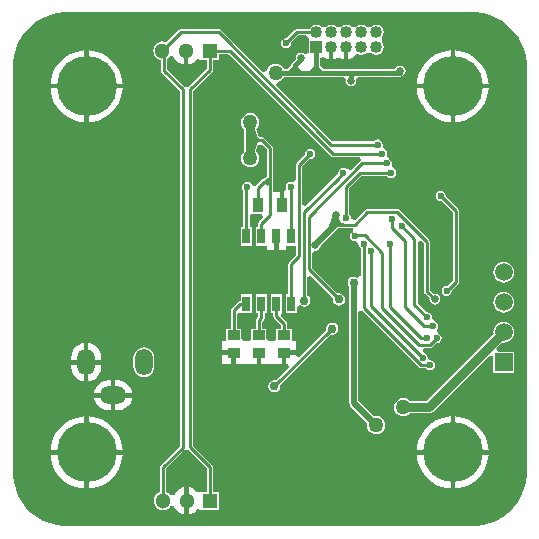
<source format=gbl>
G04*
G04 #@! TF.GenerationSoftware,Altium Limited,Altium Designer,21.1.1 (26)*
G04*
G04 Layer_Physical_Order=2*
G04 Layer_Color=16711680*
%FSLAX25Y25*%
%MOIN*%
G70*
G04*
G04 #@! TF.SameCoordinates,EC72FFD8-62BE-425B-AFB2-474ABE2E55C8*
G04*
G04*
G04 #@! TF.FilePolarity,Positive*
G04*
G01*
G75*
%ADD13C,0.02000*%
%ADD24R,0.03765X0.04749*%
%ADD38R,0.04134X0.03543*%
%ADD71C,0.04000*%
%ADD72R,0.04000X0.04000*%
%ADD73C,0.01000*%
%ADD74C,0.01500*%
%ADD75C,0.03000*%
%ADD77O,0.05906X0.08858*%
%ADD78O,0.08858X0.05906*%
%ADD79R,0.05118X0.05118*%
%ADD80C,0.05118*%
%ADD81C,0.20000*%
%ADD82C,0.05906*%
%ADD83R,0.05906X0.05906*%
%ADD84C,0.02500*%
%ADD85C,0.02362*%
%ADD86C,0.05000*%
%ADD87C,0.03000*%
%ADD88R,0.02559X0.05158*%
G36*
X71060Y85320D02*
X73353Y84706D01*
X75547Y83797D01*
X77603Y82610D01*
X79486Y81165D01*
X81165Y79486D01*
X82610Y77603D01*
X83797Y75547D01*
X84706Y73353D01*
X85320Y71060D01*
X85630Y68707D01*
Y67520D01*
Y-67520D01*
Y-68707D01*
X85320Y-71060D01*
X84706Y-73354D01*
X83797Y-75547D01*
X82610Y-77603D01*
X81165Y-79486D01*
X79486Y-81165D01*
X77603Y-82610D01*
X75547Y-83797D01*
X73353Y-84706D01*
X71060Y-85320D01*
X68707Y-85630D01*
X-68707D01*
X-71060Y-85320D01*
X-73354Y-84706D01*
X-75547Y-83797D01*
X-77603Y-82610D01*
X-79486Y-81165D01*
X-81165Y-79486D01*
X-82610Y-77603D01*
X-83797Y-75547D01*
X-84706Y-73354D01*
X-85320Y-71060D01*
X-85630Y-68707D01*
Y-67520D01*
Y67520D01*
Y68707D01*
X-85320Y71060D01*
X-84706Y73353D01*
X-83797Y75547D01*
X-82610Y77603D01*
X-81165Y79486D01*
X-79486Y81165D01*
X-77603Y82610D01*
X-75547Y83797D01*
X-73354Y84706D01*
X-71060Y85320D01*
X-68707Y85630D01*
X68707D01*
X71060Y85320D01*
D02*
G37*
%LPC*%
G36*
X30500Y81549D02*
X29524Y81355D01*
X28698Y80802D01*
X27302D01*
X26476Y81355D01*
X25500Y81549D01*
X24524Y81355D01*
X23698Y80802D01*
X22302Y80802D01*
X21475Y81355D01*
X20500Y81549D01*
X19524Y81355D01*
X18698Y80802D01*
X17302D01*
X16475Y81355D01*
X15500Y81549D01*
X14525Y81355D01*
X13698Y80802D01*
X13174Y80020D01*
X9000D01*
X8610Y79942D01*
X8279Y79721D01*
X5576Y77018D01*
X5500Y77033D01*
X4844Y76903D01*
X4288Y76531D01*
X3916Y75975D01*
X3786Y75319D01*
X3916Y74663D01*
X4288Y74107D01*
X4844Y73735D01*
X5500Y73605D01*
X6156Y73735D01*
X6712Y74107D01*
X7084Y74663D01*
X7214Y75319D01*
X7139Y75697D01*
X9422Y77980D01*
X12193D01*
X13084Y76780D01*
X13000Y76500D01*
X13000D01*
Y72612D01*
X13000Y72231D01*
X11919Y71641D01*
X11878Y71652D01*
X11703Y71703D01*
X11635Y71749D01*
X11124Y72090D01*
X10441Y72226D01*
X9759Y72090D01*
X9180Y71703D01*
X8793Y71124D01*
X8657Y70441D01*
X8699Y70231D01*
X7599Y69131D01*
X7322Y68717D01*
X7226Y68229D01*
Y67991D01*
X6009Y66774D01*
X4719D01*
X4620Y67013D01*
X4140Y67640D01*
X3513Y68120D01*
X2783Y68423D01*
X2000Y68526D01*
X1217Y68423D01*
X487Y68120D01*
X-140Y67640D01*
X-620Y67013D01*
X-923Y66283D01*
X-948Y66088D01*
X-2215Y65657D01*
X-16279Y79721D01*
X-16610Y79942D01*
X-17000Y80020D01*
X-29583D01*
X-29973Y79942D01*
X-30304Y79721D01*
X-34426Y75598D01*
X-34949Y75815D01*
X-35748Y75920D01*
X-36547Y75815D01*
X-37291Y75507D01*
X-37930Y75016D01*
X-38420Y74377D01*
X-38728Y73633D01*
X-38833Y72835D01*
X-38728Y72036D01*
X-38420Y71292D01*
X-37930Y70653D01*
X-37291Y70163D01*
X-36547Y69854D01*
X-36191Y69807D01*
Y66171D01*
X-36113Y65781D01*
X-35892Y65450D01*
X-30020Y59578D01*
X-30020Y-59078D01*
X-36295Y-65353D01*
X-36516Y-65684D01*
X-36594Y-66074D01*
Y-74277D01*
X-37117Y-74493D01*
X-37756Y-74984D01*
X-38246Y-75623D01*
X-38554Y-76367D01*
X-38660Y-77165D01*
X-38554Y-77964D01*
X-38246Y-78708D01*
X-37756Y-79347D01*
X-37117Y-79837D01*
X-36373Y-80146D01*
X-35574Y-80251D01*
X-34776Y-80146D01*
X-34031Y-79837D01*
X-33392Y-79347D01*
X-33157Y-79040D01*
X-32078Y-79058D01*
X-31802Y-79176D01*
X-31682Y-79465D01*
X-30951Y-80417D01*
X-29999Y-81148D01*
X-28890Y-81607D01*
X-28450Y-81665D01*
Y-77165D01*
Y-72666D01*
X-28890Y-72724D01*
X-29999Y-73183D01*
X-30951Y-73914D01*
X-31682Y-74866D01*
X-31802Y-75155D01*
X-32078Y-75272D01*
X-33157Y-75290D01*
X-33392Y-74984D01*
X-34031Y-74493D01*
X-34554Y-74277D01*
Y-66496D01*
X-28419Y-60361D01*
X-27962Y-60221D01*
X-27052Y-60222D01*
X-26965Y-60250D01*
X-20846Y-66370D01*
Y-74106D01*
X-22788D01*
X-22885Y-74106D01*
X-24085Y-74387D01*
X-24448Y-73914D01*
X-25401Y-73183D01*
X-26510Y-72724D01*
X-26950Y-72666D01*
Y-77165D01*
Y-81665D01*
X-26510Y-81607D01*
X-25401Y-81148D01*
X-24448Y-80417D01*
X-24085Y-79943D01*
X-22885Y-80224D01*
X-22788Y-80224D01*
X-16767D01*
Y-74106D01*
X-18806D01*
Y-65947D01*
X-18884Y-65557D01*
X-19105Y-65227D01*
X-25480Y-58851D01*
Y59578D01*
X-19279Y65779D01*
X-19058Y66110D01*
X-18980Y66500D01*
Y69776D01*
X-16941D01*
Y71815D01*
X-13757D01*
X20350Y37708D01*
X20681Y37487D01*
X21071Y37410D01*
X30211D01*
X30389Y36222D01*
X30059Y36000D01*
X27222Y33164D01*
X25789Y33374D01*
X25233Y33746D01*
X24577Y33876D01*
X23922Y33746D01*
X23365Y33374D01*
X22994Y32818D01*
X22863Y32162D01*
X22908Y31935D01*
X21899Y30926D01*
X21899Y30926D01*
X11949Y20976D01*
X10841Y21435D01*
Y34398D01*
X13273Y36831D01*
X13500Y36786D01*
X14156Y36916D01*
X14712Y37288D01*
X15084Y37844D01*
X15214Y38500D01*
X15084Y39156D01*
X14712Y39712D01*
X14156Y40084D01*
X13500Y40214D01*
X12844Y40084D01*
X12288Y39712D01*
X11916Y39156D01*
X11786Y38500D01*
X11831Y38273D01*
X9100Y35542D01*
X8879Y35211D01*
X8801Y34821D01*
Y29761D01*
X7666Y29090D01*
X7601Y29094D01*
X7000Y29214D01*
X6344Y29084D01*
X5788Y28712D01*
X5416Y28156D01*
X5286Y27500D01*
X5410Y26874D01*
X5416Y26843D01*
X4885Y25905D01*
Y21300D01*
X3385D01*
Y25674D01*
X1020D01*
Y29127D01*
X1031Y29144D01*
X1020Y29200D01*
Y29300D01*
X1031Y29356D01*
X1020Y29373D01*
Y40500D01*
X942Y40890D01*
X721Y41221D01*
X-1779Y43721D01*
X-2110Y43942D01*
X-2393Y43998D01*
X-2492Y44041D01*
X-2930Y44047D01*
X-3320Y44065D01*
X-3628Y44096D01*
X-4461Y46594D01*
Y46783D01*
X-4360Y46860D01*
X-3880Y47487D01*
X-3577Y48217D01*
X-3474Y49000D01*
X-3577Y49783D01*
X-3880Y50513D01*
X-4360Y51140D01*
X-4987Y51621D01*
X-5717Y51923D01*
X-6500Y52026D01*
X-7283Y51923D01*
X-8013Y51621D01*
X-8640Y51140D01*
X-9121Y50513D01*
X-9423Y49783D01*
X-9526Y49000D01*
X-9423Y48217D01*
X-9121Y47487D01*
X-8640Y46860D01*
X-8539Y46783D01*
Y43042D01*
X-8540Y43042D01*
X-8539Y43040D01*
Y42960D01*
X-8540Y42959D01*
X-8539Y42958D01*
Y39217D01*
X-8640Y39140D01*
X-9121Y38513D01*
X-9423Y37783D01*
X-9526Y37000D01*
X-9423Y36217D01*
X-9121Y35487D01*
X-8640Y34860D01*
X-8013Y34380D01*
X-7283Y34077D01*
X-6500Y33974D01*
X-5717Y34077D01*
X-4987Y34380D01*
X-4360Y34860D01*
X-3880Y35487D01*
X-3577Y36217D01*
X-3474Y37000D01*
X-3577Y37783D01*
X-3880Y38513D01*
X-4360Y39140D01*
X-4461Y39217D01*
Y39406D01*
X-3827Y41307D01*
X-2495Y41553D01*
X-1020Y40078D01*
Y30996D01*
X-1746Y30270D01*
X-1750D01*
X-2140Y30192D01*
X-2471Y29971D01*
X-4625Y27817D01*
X-4804Y27815D01*
X-5892Y28035D01*
X-5916Y28156D01*
X-6288Y28712D01*
X-6844Y29084D01*
X-7500Y29214D01*
X-8156Y29084D01*
X-8712Y28712D01*
X-9084Y28156D01*
X-9214Y27500D01*
X-9084Y26844D01*
X-8776Y26383D01*
Y14063D01*
X-9535D01*
Y7905D01*
X-5976D01*
Y14063D01*
X-6736D01*
Y17399D01*
X-6318Y18426D01*
X-5536Y18426D01*
X-2713D01*
X-2216Y17226D01*
X-3477Y15965D01*
X-3698Y15634D01*
X-3776Y15244D01*
Y14063D01*
X-4535D01*
Y7905D01*
X-1035D01*
Y6406D01*
X1494D01*
Y10984D01*
X2994D01*
Y6406D01*
X5524D01*
Y7905D01*
X8801D01*
Y4802D01*
X6523Y2524D01*
X6302Y2193D01*
X6225Y1803D01*
Y-8339D01*
X5465D01*
Y-14496D01*
X9024D01*
Y-12554D01*
X9553Y-12241D01*
X10224Y-12053D01*
X10720Y-12384D01*
X11500Y-12539D01*
X12280Y-12384D01*
X12942Y-11942D01*
X13384Y-11280D01*
X13539Y-10500D01*
X13384Y-9720D01*
X12942Y-9058D01*
X12520Y-8776D01*
Y-2556D01*
X13628Y-2097D01*
X21104Y-9573D01*
X21005Y-10071D01*
X21160Y-10851D01*
X21602Y-11513D01*
X22264Y-11955D01*
X23044Y-12110D01*
X23824Y-11955D01*
X24486Y-11513D01*
X24928Y-10851D01*
X25083Y-10071D01*
X24928Y-9290D01*
X24486Y-8629D01*
X23824Y-8187D01*
X23044Y-8032D01*
X22546Y-8131D01*
X14020Y396D01*
Y5384D01*
X15220Y6222D01*
X15250Y6216D01*
X15933Y6352D01*
X16512Y6738D01*
X16898Y7317D01*
X16971Y7683D01*
X22909Y13621D01*
X22912Y13622D01*
X22919Y13627D01*
X22923Y13628D01*
X22975Y13641D01*
X24417Y13736D01*
X24773Y13738D01*
X24825Y13760D01*
X27522D01*
X27612Y13745D01*
X27830Y12656D01*
X27808Y12560D01*
X27660Y12461D01*
X27288Y12212D01*
X26916Y11656D01*
X26786Y11000D01*
X26916Y10344D01*
X27288Y9788D01*
X27844Y9416D01*
X28500Y9286D01*
X28615Y9309D01*
X29590Y8375D01*
X29591Y8373D01*
X29574Y8288D01*
X29704Y7632D01*
X30076Y7076D01*
X30268Y6948D01*
Y-2277D01*
X30225Y-2318D01*
X29068Y-2809D01*
X28780Y-2616D01*
X28000Y-2461D01*
X27220Y-2616D01*
X26558Y-3058D01*
X26116Y-3720D01*
X25961Y-4500D01*
X26116Y-5280D01*
X26471Y-5811D01*
Y-44500D01*
X26587Y-45085D01*
X26919Y-45581D01*
X32574Y-51237D01*
X32474Y-52000D01*
X32577Y-52783D01*
X32879Y-53513D01*
X33360Y-54140D01*
X33987Y-54620D01*
X34717Y-54923D01*
X35500Y-55026D01*
X36283Y-54923D01*
X37013Y-54620D01*
X37640Y-54140D01*
X38120Y-53513D01*
X38423Y-52783D01*
X38526Y-52000D01*
X38423Y-51217D01*
X38120Y-50487D01*
X37640Y-49860D01*
X37013Y-49380D01*
X36283Y-49077D01*
X35500Y-48974D01*
X34737Y-49075D01*
X29529Y-43867D01*
Y-14285D01*
X30076Y-13965D01*
X30729Y-13840D01*
X49610Y-32721D01*
X49941Y-32942D01*
X50331Y-33020D01*
X52159D01*
X52288Y-33212D01*
X52844Y-33584D01*
X53500Y-33714D01*
X54156Y-33584D01*
X54712Y-33212D01*
X55084Y-32656D01*
X55214Y-32000D01*
X55084Y-31344D01*
X54712Y-30788D01*
X54156Y-30416D01*
X53500Y-30286D01*
X52672Y-29542D01*
X52541Y-28886D01*
X52170Y-28330D01*
X51614Y-27959D01*
X51325Y-27901D01*
X50960Y-27401D01*
X51424Y-26357D01*
X51610Y-26201D01*
X53478D01*
X53868Y-26123D01*
X54198Y-25902D01*
X55432Y-24669D01*
X55659Y-24714D01*
X56314Y-24584D01*
X56871Y-24212D01*
X57242Y-23656D01*
X57373Y-23000D01*
X57242Y-22344D01*
X56871Y-21788D01*
X56314Y-21416D01*
X56126Y-21379D01*
X55856Y-20565D01*
X55778Y-20132D01*
X56106Y-19641D01*
X56237Y-18985D01*
X56106Y-18329D01*
X55734Y-17773D01*
X55178Y-17401D01*
X55046Y-17375D01*
X54418Y-16906D01*
X54191Y-16113D01*
X54214Y-16000D01*
X54084Y-15344D01*
X53712Y-14788D01*
X53156Y-14416D01*
X52500Y-14286D01*
X52273Y-14331D01*
X49270Y-11328D01*
Y9176D01*
X50470Y9673D01*
X51480Y8662D01*
Y-7500D01*
X51558Y-7890D01*
X51779Y-8221D01*
X53272Y-9714D01*
X53216Y-10000D01*
X53351Y-10683D01*
X53738Y-11262D01*
X54317Y-11648D01*
X55000Y-11784D01*
X55683Y-11648D01*
X56262Y-11262D01*
X56648Y-10683D01*
X56784Y-10000D01*
X56648Y-9317D01*
X56262Y-8738D01*
X55683Y-8352D01*
X55000Y-8216D01*
X54714Y-8273D01*
X53520Y-7078D01*
Y9085D01*
X53442Y9475D01*
X53221Y9805D01*
X43306Y19721D01*
X42975Y19942D01*
X42584Y20020D01*
X32500D01*
X32110Y19942D01*
X31779Y19721D01*
X28506Y16448D01*
X27321Y16799D01*
X27214Y16999D01*
X27214Y17000D01*
X27084Y17656D01*
X26712Y18212D01*
X26520Y18341D01*
Y27078D01*
X30422Y30980D01*
X39246D01*
X39288Y30918D01*
X39844Y30546D01*
X40500Y30416D01*
X41156Y30546D01*
X41712Y30918D01*
X42084Y31474D01*
X42214Y32130D01*
X42084Y32786D01*
X41712Y33342D01*
X41156Y33713D01*
X40601Y34596D01*
X40648Y34945D01*
X40714Y35280D01*
X40584Y35936D01*
X40212Y36492D01*
X39762Y36792D01*
X39332Y37414D01*
X39110Y37792D01*
X39160Y38156D01*
X39214Y38429D01*
X39084Y39085D01*
X38712Y39641D01*
X38156Y40013D01*
X37601Y40896D01*
X37648Y41244D01*
X37714Y41579D01*
X37584Y42235D01*
X37212Y42791D01*
X36656Y43162D01*
X36000Y43293D01*
X35344Y43162D01*
X34788Y42791D01*
X34659Y42598D01*
X20844D01*
X2157Y61285D01*
X2588Y62551D01*
X2783Y62577D01*
X3513Y62880D01*
X4140Y63360D01*
X4620Y63987D01*
X4719Y64226D01*
X8385D01*
X8394Y64219D01*
X8425Y64226D01*
X8575D01*
X8606Y64219D01*
X8615Y64226D01*
X13960D01*
X14000Y64209D01*
X17000D01*
X17040Y64226D01*
X24438D01*
X24668Y64026D01*
X25271Y63025D01*
X25216Y62750D01*
X25352Y62067D01*
X25738Y61488D01*
X26317Y61102D01*
X27000Y60966D01*
X27683Y61102D01*
X28262Y61488D01*
X28648Y62067D01*
X28784Y62750D01*
X28730Y63025D01*
X29332Y64026D01*
X29562Y64226D01*
X43451D01*
X43500Y64216D01*
X44183Y64351D01*
X44762Y64738D01*
X45149Y65317D01*
X45284Y66000D01*
X45149Y66683D01*
X44762Y67262D01*
X44183Y67649D01*
X43500Y67784D01*
X42817Y67649D01*
X42238Y67262D01*
X41913Y66774D01*
X17991D01*
X16774Y67991D01*
Y70371D01*
X16913Y70494D01*
X17975Y70896D01*
X18483Y70506D01*
X19456Y70103D01*
X19750Y70064D01*
Y74000D01*
X21250D01*
Y70064D01*
X21544Y70103D01*
X22517Y70506D01*
X23000Y70876D01*
X23483Y70506D01*
X24456Y70103D01*
X24750Y70064D01*
Y74000D01*
X26250D01*
Y70064D01*
X26544Y70103D01*
X27517Y70506D01*
X28353Y71147D01*
X28994Y71983D01*
X29011Y71988D01*
X29525Y71645D01*
X30500Y71451D01*
X31475Y71645D01*
X32302Y72198D01*
X33698Y72198D01*
X34525Y71645D01*
X35500Y71451D01*
X36476Y71645D01*
X37302Y72198D01*
X37855Y73025D01*
X38049Y74000D01*
X37855Y74976D01*
X37302Y75802D01*
X37302Y77198D01*
X37855Y78025D01*
X38049Y79000D01*
X37855Y79975D01*
X37302Y80802D01*
X36476Y81355D01*
X35500Y81549D01*
X34525Y81355D01*
X33698Y80802D01*
X32302Y80802D01*
X31475Y81355D01*
X30500Y81549D01*
D02*
G37*
G36*
X-60274Y73002D02*
Y61774D01*
X-49046D01*
X-49135Y62907D01*
X-49576Y64743D01*
X-50299Y66488D01*
X-51285Y68099D01*
X-52512Y69535D01*
X-53948Y70762D01*
X-55559Y71749D01*
X-57304Y72472D01*
X-59141Y72913D01*
X-60274Y73002D01*
D02*
G37*
G36*
X61774D02*
Y61774D01*
X73002D01*
X72913Y62907D01*
X72472Y64743D01*
X71749Y66488D01*
X70762Y68099D01*
X69535Y69535D01*
X68099Y70762D01*
X66488Y71749D01*
X64743Y72472D01*
X62907Y72913D01*
X61774Y73002D01*
D02*
G37*
G36*
X-61774D02*
X-62907Y72913D01*
X-64743Y72472D01*
X-66488Y71749D01*
X-68099Y70762D01*
X-69535Y69535D01*
X-70762Y68099D01*
X-71749Y66488D01*
X-72472Y64743D01*
X-72913Y62907D01*
X-73002Y61774D01*
X-61774D01*
Y73002D01*
D02*
G37*
G36*
X60274D02*
X59141Y72913D01*
X57304Y72472D01*
X55559Y71749D01*
X53948Y70762D01*
X52512Y69535D01*
X51285Y68099D01*
X50299Y66488D01*
X49576Y64743D01*
X49135Y62907D01*
X49046Y61774D01*
X60274D01*
Y73002D01*
D02*
G37*
G36*
X73002Y60274D02*
X61774D01*
Y49046D01*
X62907Y49135D01*
X64743Y49576D01*
X66488Y50299D01*
X68099Y51285D01*
X69535Y52512D01*
X70762Y53948D01*
X71749Y55559D01*
X72472Y57304D01*
X72913Y59141D01*
X73002Y60274D01*
D02*
G37*
G36*
X-49046D02*
X-60274D01*
Y49046D01*
X-59141Y49135D01*
X-57304Y49576D01*
X-55559Y50299D01*
X-53948Y51285D01*
X-52512Y52512D01*
X-51285Y53948D01*
X-50299Y55559D01*
X-49576Y57304D01*
X-49135Y59141D01*
X-49046Y60274D01*
D02*
G37*
G36*
X-61774D02*
X-73002D01*
X-72913Y59141D01*
X-72472Y57304D01*
X-71749Y55559D01*
X-70762Y53948D01*
X-69535Y52512D01*
X-68099Y51285D01*
X-66488Y50299D01*
X-64743Y49576D01*
X-62907Y49135D01*
X-61774Y49046D01*
Y60274D01*
D02*
G37*
G36*
X60274D02*
X49046D01*
X49135Y59141D01*
X49576Y57304D01*
X50299Y55559D01*
X51285Y53948D01*
X52512Y52512D01*
X53948Y51285D01*
X55559Y50299D01*
X57304Y49576D01*
X59141Y49135D01*
X60274Y49046D01*
Y60274D01*
D02*
G37*
G36*
X78000Y2482D02*
X77099Y2364D01*
X76259Y2016D01*
X75538Y1462D01*
X74984Y741D01*
X74636Y-99D01*
X74518Y-1000D01*
X74636Y-1901D01*
X74984Y-2741D01*
X75538Y-3463D01*
X76259Y-4016D01*
X77099Y-4364D01*
X78000Y-4482D01*
X78901Y-4364D01*
X79741Y-4016D01*
X80462Y-3463D01*
X81016Y-2741D01*
X81364Y-1901D01*
X81482Y-1000D01*
X81364Y-99D01*
X81016Y741D01*
X80462Y1462D01*
X79741Y2016D01*
X78901Y2364D01*
X78000Y2482D01*
D02*
G37*
G36*
X57000Y26214D02*
X56344Y26084D01*
X55788Y25712D01*
X55416Y25156D01*
X55286Y24500D01*
X55416Y23844D01*
X55788Y23288D01*
X56344Y22916D01*
X57000Y22786D01*
X57227Y22831D01*
X60980Y19078D01*
Y-3759D01*
X59227Y-5512D01*
X59000Y-5467D01*
X58344Y-5598D01*
X57788Y-5969D01*
X57416Y-6525D01*
X57286Y-7181D01*
X57416Y-7837D01*
X57788Y-8393D01*
X58344Y-8765D01*
X59000Y-8895D01*
X59656Y-8765D01*
X60212Y-8393D01*
X60584Y-7837D01*
X60714Y-7181D01*
X60669Y-6954D01*
X62721Y-4902D01*
X62942Y-4571D01*
X63020Y-4181D01*
Y19500D01*
X62942Y19890D01*
X62721Y20221D01*
X58669Y24273D01*
X58714Y24500D01*
X58584Y25156D01*
X58212Y25712D01*
X57656Y26084D01*
X57000Y26214D01*
D02*
G37*
G36*
X78000Y-7518D02*
X77099Y-7636D01*
X76259Y-7984D01*
X75538Y-8538D01*
X74984Y-9259D01*
X74636Y-10099D01*
X74518Y-11000D01*
X74636Y-11901D01*
X74984Y-12741D01*
X75538Y-13463D01*
X76259Y-14016D01*
X77099Y-14364D01*
X78000Y-14482D01*
X78901Y-14364D01*
X79741Y-14016D01*
X80462Y-13463D01*
X81016Y-12741D01*
X81364Y-11901D01*
X81482Y-11000D01*
X81364Y-10099D01*
X81016Y-9259D01*
X80462Y-8538D01*
X79741Y-7984D01*
X78901Y-7636D01*
X78000Y-7518D01*
D02*
G37*
G36*
X20871Y-17761D02*
X20090Y-17916D01*
X19429Y-18358D01*
X18987Y-19020D01*
X18831Y-19800D01*
X18916Y-20227D01*
X9876Y-29268D01*
X8767Y-28809D01*
Y-28504D01*
X5450D01*
Y-31526D01*
X6050D01*
X6509Y-32635D01*
X2069Y-37074D01*
X1500Y-36961D01*
X720Y-37116D01*
X58Y-37558D01*
X-384Y-38220D01*
X-539Y-39000D01*
X-384Y-39780D01*
X58Y-40442D01*
X720Y-40884D01*
X1500Y-41039D01*
X2280Y-40884D01*
X2942Y-40442D01*
X3384Y-39780D01*
X3539Y-39000D01*
X3454Y-38573D01*
X20301Y-21726D01*
X20871Y-21839D01*
X21651Y-21684D01*
X22312Y-21242D01*
X22755Y-20580D01*
X22910Y-19800D01*
X22755Y-19020D01*
X22312Y-18358D01*
X21651Y-17916D01*
X20871Y-17761D01*
D02*
G37*
G36*
X4024Y-8339D02*
X465D01*
Y-14496D01*
X1225D01*
Y-15644D01*
X1302Y-16034D01*
X1523Y-16365D01*
X3680Y-18522D01*
Y-19774D01*
X2133D01*
Y-23134D01*
X1285Y-23983D01*
X-234Y-23983D01*
X-1083Y-23134D01*
Y-19774D01*
X-2630D01*
Y-17472D01*
X-2035Y-16877D01*
X-1814Y-16546D01*
X-1736Y-16156D01*
Y-14496D01*
X-976D01*
Y-8339D01*
X-4535D01*
Y-14496D01*
X-3776D01*
Y-15734D01*
X-4371Y-16329D01*
X-4592Y-16660D01*
X-4670Y-17050D01*
Y-19774D01*
X-6217D01*
Y-23134D01*
X-7066Y-23983D01*
X-8585Y-23983D01*
X-9433Y-23134D01*
Y-19774D01*
X-10980D01*
Y-14875D01*
X-10666Y-14664D01*
X-9535Y-14496D01*
Y-14496D01*
X-5976D01*
Y-8339D01*
X-9535D01*
Y-10480D01*
X-10000D01*
X-10390Y-10558D01*
X-10721Y-10779D01*
X-12721Y-12779D01*
X-12942Y-13110D01*
X-13020Y-13500D01*
Y-19774D01*
X-14567D01*
Y-23983D01*
X-16067D01*
Y-27004D01*
X-12000D01*
Y-27754D01*
X-11250D01*
Y-31526D01*
X-8917D01*
X-7933Y-31526D01*
X-6733Y-31526D01*
X-4400D01*
Y-27754D01*
X-2900D01*
Y-31526D01*
X-567D01*
X417Y-31526D01*
X1617Y-31526D01*
X3950D01*
Y-27754D01*
X4700D01*
Y-27004D01*
X8767D01*
Y-23983D01*
X7267D01*
Y-19774D01*
X5720D01*
Y-18100D01*
X5642Y-17710D01*
X5421Y-17379D01*
X3738Y-15696D01*
X4024Y-14496D01*
X4024D01*
Y-8339D01*
D02*
G37*
G36*
X78000Y-17517D02*
X77099Y-17636D01*
X76259Y-17984D01*
X75538Y-18538D01*
X74984Y-19259D01*
X74636Y-20099D01*
X74518Y-21000D01*
X74587Y-21529D01*
X52155Y-43961D01*
X46717D01*
X46640Y-43860D01*
X46013Y-43380D01*
X45283Y-43077D01*
X44500Y-42974D01*
X43717Y-43077D01*
X42987Y-43380D01*
X42360Y-43860D01*
X41879Y-44487D01*
X41577Y-45217D01*
X41474Y-46000D01*
X41577Y-46783D01*
X41879Y-47513D01*
X42360Y-48140D01*
X42987Y-48621D01*
X43717Y-48923D01*
X44500Y-49026D01*
X45283Y-48923D01*
X46013Y-48621D01*
X46640Y-48140D01*
X46717Y-48039D01*
X53000D01*
X53780Y-47884D01*
X54442Y-47442D01*
X73347Y-28537D01*
X74547Y-29034D01*
Y-34453D01*
X81453D01*
Y-27547D01*
X76034D01*
X75537Y-26347D01*
X77471Y-24413D01*
X78000Y-24483D01*
X78901Y-24364D01*
X79741Y-24016D01*
X80462Y-23462D01*
X81016Y-22741D01*
X81364Y-21901D01*
X81482Y-21000D01*
X81364Y-20099D01*
X81016Y-19259D01*
X80462Y-18538D01*
X79741Y-17984D01*
X78901Y-17636D01*
X78000Y-17517D01*
D02*
G37*
G36*
X-60478Y-24627D02*
Y-30250D01*
X-56233D01*
Y-29524D01*
X-56403Y-28231D01*
X-56902Y-27026D01*
X-57696Y-25991D01*
X-58731Y-25197D01*
X-59935Y-24698D01*
X-60478Y-24627D01*
D02*
G37*
G36*
X-61978D02*
X-62521Y-24698D01*
X-63726Y-25197D01*
X-64761Y-25991D01*
X-65555Y-27026D01*
X-66054Y-28231D01*
X-66224Y-29524D01*
Y-30250D01*
X-61978D01*
Y-24627D01*
D02*
G37*
G36*
X-12750Y-28504D02*
X-16067D01*
Y-31526D01*
X-12750D01*
Y-28504D01*
D02*
G37*
G36*
X-41937Y-26041D02*
X-42838Y-26160D01*
X-43678Y-26508D01*
X-44399Y-27061D01*
X-44953Y-27782D01*
X-45301Y-28622D01*
X-45419Y-29524D01*
Y-32476D01*
X-45301Y-33378D01*
X-44953Y-34218D01*
X-44399Y-34939D01*
X-43678Y-35492D01*
X-42838Y-35840D01*
X-41937Y-35959D01*
X-41036Y-35840D01*
X-40196Y-35492D01*
X-39474Y-34939D01*
X-38921Y-34218D01*
X-38573Y-33378D01*
X-38454Y-32476D01*
Y-29524D01*
X-38573Y-28622D01*
X-38921Y-27782D01*
X-39474Y-27061D01*
X-40196Y-26508D01*
X-41036Y-26160D01*
X-41937Y-26041D01*
D02*
G37*
G36*
X-56233Y-31750D02*
X-60478D01*
Y-37373D01*
X-59935Y-37302D01*
X-58731Y-36803D01*
X-57696Y-36009D01*
X-56902Y-34974D01*
X-56403Y-33769D01*
X-56233Y-32476D01*
Y-31750D01*
D02*
G37*
G36*
X-61978D02*
X-66224D01*
Y-32476D01*
X-66054Y-33769D01*
X-65555Y-34974D01*
X-64761Y-36009D01*
X-63726Y-36803D01*
X-62521Y-37302D01*
X-61978Y-37373D01*
Y-31750D01*
D02*
G37*
G36*
X-50697Y-37028D02*
X-51423D01*
Y-41274D01*
X-45800D01*
X-45872Y-40731D01*
X-46371Y-39526D01*
X-47164Y-38491D01*
X-48199Y-37697D01*
X-49404Y-37198D01*
X-50697Y-37028D01*
D02*
G37*
G36*
X-52923D02*
X-53650D01*
X-54943Y-37198D01*
X-56147Y-37697D01*
X-57182Y-38491D01*
X-57976Y-39526D01*
X-58475Y-40731D01*
X-58546Y-41274D01*
X-52923D01*
Y-37028D01*
D02*
G37*
G36*
X-45800Y-42774D02*
X-51423D01*
Y-47019D01*
X-50697D01*
X-49404Y-46849D01*
X-48199Y-46350D01*
X-47164Y-45556D01*
X-46371Y-44521D01*
X-45872Y-43317D01*
X-45800Y-42774D01*
D02*
G37*
G36*
X-52923D02*
X-58546D01*
X-58475Y-43317D01*
X-57976Y-44521D01*
X-57182Y-45556D01*
X-56147Y-46350D01*
X-54943Y-46849D01*
X-53650Y-47019D01*
X-52923D01*
Y-42774D01*
D02*
G37*
G36*
X61774Y-49046D02*
Y-60274D01*
X73002D01*
X72913Y-59141D01*
X72472Y-57304D01*
X71749Y-55559D01*
X70762Y-53948D01*
X69535Y-52512D01*
X68099Y-51285D01*
X66488Y-50299D01*
X64743Y-49576D01*
X62907Y-49135D01*
X61774Y-49046D01*
D02*
G37*
G36*
X60274D02*
X59141Y-49135D01*
X57304Y-49576D01*
X55559Y-50299D01*
X53948Y-51285D01*
X52512Y-52512D01*
X51285Y-53948D01*
X50299Y-55559D01*
X49576Y-57304D01*
X49135Y-59141D01*
X49046Y-60274D01*
X60274D01*
Y-49046D01*
D02*
G37*
G36*
X-60274D02*
Y-60274D01*
X-49046D01*
X-49135Y-59141D01*
X-49576Y-57304D01*
X-50299Y-55559D01*
X-51285Y-53948D01*
X-52512Y-52512D01*
X-53948Y-51285D01*
X-55559Y-50299D01*
X-57304Y-49576D01*
X-59141Y-49135D01*
X-60274Y-49046D01*
D02*
G37*
G36*
X-61774D02*
X-62907Y-49135D01*
X-64743Y-49576D01*
X-66488Y-50299D01*
X-68099Y-51285D01*
X-69535Y-52512D01*
X-70762Y-53948D01*
X-71749Y-55559D01*
X-72472Y-57304D01*
X-72913Y-59141D01*
X-73002Y-60274D01*
X-61774D01*
Y-49046D01*
D02*
G37*
G36*
X73002Y-61774D02*
X61774D01*
Y-73002D01*
X62907Y-72913D01*
X64743Y-72472D01*
X66488Y-71749D01*
X68099Y-70762D01*
X69535Y-69535D01*
X70762Y-68099D01*
X71749Y-66488D01*
X72472Y-64743D01*
X72913Y-62907D01*
X73002Y-61774D01*
D02*
G37*
G36*
X60274D02*
X49046D01*
X49135Y-62907D01*
X49576Y-64743D01*
X50299Y-66488D01*
X51285Y-68099D01*
X52512Y-69535D01*
X53948Y-70762D01*
X55559Y-71749D01*
X57304Y-72472D01*
X59141Y-72913D01*
X60274Y-73002D01*
Y-61774D01*
D02*
G37*
G36*
X-49046D02*
X-60274D01*
Y-73002D01*
X-59141Y-72913D01*
X-57304Y-72472D01*
X-55559Y-71749D01*
X-53948Y-70762D01*
X-52512Y-69535D01*
X-51285Y-68099D01*
X-50299Y-66488D01*
X-49576Y-64743D01*
X-49135Y-62907D01*
X-49046Y-61774D01*
D02*
G37*
G36*
X-61774D02*
X-73002D01*
X-72913Y-62907D01*
X-72472Y-64743D01*
X-71749Y-66488D01*
X-70762Y-68099D01*
X-69535Y-69535D01*
X-68099Y-70762D01*
X-66488Y-71749D01*
X-64743Y-72472D01*
X-62907Y-72913D01*
X-61774Y-73002D01*
Y-61774D01*
D02*
G37*
%LPD*%
G36*
X-27124Y68335D02*
X-26684Y68393D01*
X-25575Y68852D01*
X-24622Y69583D01*
X-24259Y70057D01*
X-23059Y69776D01*
Y69776D01*
X-21020D01*
Y66922D01*
X-27031Y60911D01*
X-27750Y60801D01*
X-28469Y60911D01*
X-34152Y66593D01*
Y70107D01*
X-33648Y70590D01*
X-33566Y70653D01*
X-33520Y70713D01*
X-33264Y70959D01*
X-32252Y70942D01*
X-31976Y70824D01*
X-31856Y70535D01*
X-31126Y69583D01*
X-30173Y68852D01*
X-29064Y68393D01*
X-28624Y68335D01*
Y72835D01*
X-27124D01*
Y68335D01*
D02*
G37*
G36*
X16250Y67750D02*
X17750Y66250D01*
X17750Y66250D01*
X17000Y64750D01*
X15500D01*
X15500Y64750D01*
X15500Y64750D01*
X14000D01*
X13250Y66250D01*
X14750Y67750D01*
X16250D01*
X16250Y67750D01*
D02*
G37*
G36*
X10750Y66250D02*
X8500Y64750D01*
X6250Y66250D01*
X7750Y67750D01*
X9250D01*
X10750Y66250D01*
D02*
G37*
G36*
X-4031Y43593D02*
X-3359Y43525D01*
X-2946Y43506D01*
X-2500Y43500D01*
Y42500D01*
X-2946Y42494D01*
X-4031Y42406D01*
X-5000Y39500D01*
X-8000Y43000D01*
X-5000Y46500D01*
X-4031Y43593D01*
D02*
G37*
G36*
X500Y29250D02*
X-500Y27750D01*
X-1500Y28750D01*
Y29750D01*
X-500Y30750D01*
X500Y29250D01*
D02*
G37*
G36*
X23895Y15299D02*
X24397Y15281D01*
X24770Y15279D01*
Y14279D01*
X24397Y14277D01*
X22893Y14178D01*
X22764Y14146D01*
X22670Y14111D01*
X22611Y14072D01*
Y14632D01*
X21905Y14279D01*
X22611Y14072D01*
X19490Y13779D01*
X20904Y17194D01*
X22904Y17279D01*
X23895Y15299D01*
D02*
G37*
D13*
X15250Y8125D02*
X21904Y14779D01*
X15250Y8000D02*
Y8125D01*
X21904Y17904D02*
X22000Y18000D01*
X21904Y14779D02*
Y17904D01*
X28000Y-44500D02*
X35500Y-52000D01*
X28000Y-44500D02*
Y-4500D01*
D24*
X4135Y21300D02*
D03*
X-3935D02*
D03*
D38*
X-12000Y-22046D02*
D03*
Y-27754D02*
D03*
X-3650Y-22046D02*
D03*
Y-27754D02*
D03*
X4700D02*
D03*
Y-22046D02*
D03*
D71*
X35500Y79000D02*
D03*
X30500Y79000D02*
D03*
X25500D02*
D03*
X20500Y79000D02*
D03*
X15500D02*
D03*
X35500Y74000D02*
D03*
X30500Y74000D02*
D03*
X25500Y74000D02*
D03*
X20500D02*
D03*
D72*
X15500Y74000D02*
D03*
D73*
X57000Y24500D02*
X62000Y19500D01*
Y-4181D02*
Y19500D01*
X59000Y-7181D02*
X62000Y-4181D01*
X52500Y-7500D02*
Y9085D01*
X42584Y19000D02*
X52500Y9085D01*
Y-7500D02*
X55000Y-10000D01*
X48250Y-11750D02*
X52500Y-16000D01*
X48250Y-11750D02*
Y10250D01*
X44000Y14500D02*
X48250Y10250D01*
X11500Y-10500D02*
Y19084D01*
X22620Y30205D01*
X-35574Y-77165D02*
Y-66074D01*
X-29000Y-59500D02*
X-29000Y60000D01*
X-35574Y-66074D02*
X-29000Y-59500D01*
X-19826Y-77165D02*
Y-65947D01*
X-26500Y-59273D02*
Y60000D01*
Y-59273D02*
X-19826Y-65947D01*
X32500Y19000D02*
X42584D01*
X21904Y14779D02*
X28279D01*
X32500Y19000D01*
X31739Y11261D02*
X37500Y5500D01*
X28500Y11000D02*
X28761Y11261D01*
X31288Y-12957D02*
Y8288D01*
X28761Y11261D02*
X31739D01*
X37500Y-13000D02*
Y5500D01*
X40660Y13840D02*
X45000Y9500D01*
X33708Y-12292D02*
Y6208D01*
X37500Y-13000D02*
X49681Y-25181D01*
X45000Y-12585D02*
X51400Y-18985D01*
X40000Y-12500D02*
Y8288D01*
X45000Y-12585D02*
Y9500D01*
X40000Y-12500D02*
X50500Y-23000D01*
X52416D01*
X31288Y-12957D02*
X50331Y-32000D01*
X51400Y-18985D02*
X54523D01*
X40660Y13840D02*
Y16698D01*
X33708Y-12292D02*
X50958Y-29542D01*
X25500Y17000D02*
Y27500D01*
X9821Y4380D02*
Y34821D01*
X7244Y1803D02*
X9821Y4380D01*
X13000Y17500D02*
X30779Y35280D01*
X13000Y-27D02*
X23044Y-10071D01*
X13000Y-27D02*
Y17500D01*
X9821Y34821D02*
X13500Y38500D01*
X25500Y27500D02*
X30000Y32000D01*
X5500Y75500D02*
X9000Y79000D01*
X5500Y75319D02*
Y75500D01*
X-26500Y60000D02*
X-20000Y66500D01*
X0Y29250D02*
Y40500D01*
Y18000D02*
Y29250D01*
X-3935Y27065D02*
X-1750Y29250D01*
X0D01*
X-3935Y21300D02*
Y27065D01*
X-2756Y10984D02*
Y15244D01*
X0Y18000D01*
X-2500Y43000D02*
X0Y40500D01*
X-6500Y43000D02*
X-2500D01*
X-7756Y27244D02*
X-7500Y27500D01*
X-7756Y10984D02*
Y27244D01*
X-7839Y-11500D02*
X-7756Y-11417D01*
X-10000Y-11500D02*
X-7839D01*
X-12000Y-13500D02*
X-10000Y-11500D01*
X-12000Y-22046D02*
Y-13500D01*
X9000Y79000D02*
X15500D01*
X20421Y41579D02*
X36000D01*
X-17000Y79000D02*
X20421Y41579D01*
X-29583Y79000D02*
X-17000D01*
X21071Y38429D02*
X37500D01*
X-13335Y72835D02*
X21071Y38429D01*
X-20000Y72835D02*
X-13335D01*
X-35171Y66171D02*
X-29000Y60000D01*
X-35171Y66171D02*
Y72258D01*
X-20000Y66500D02*
Y72835D01*
X-35748D02*
X-35171Y72258D01*
X1585Y-39000D02*
X20785Y-19800D01*
X1500Y-39000D02*
X1585D01*
X20785Y-19800D02*
X20871D01*
X30000Y32000D02*
X40500D01*
X22620Y30205D02*
Y30205D01*
X24577Y32162D01*
X53478Y-25181D02*
X55659Y-23000D01*
X49681Y-25181D02*
X53478D01*
X30779Y35280D02*
X39000D01*
X50331Y-32000D02*
X53500D01*
X7000Y27500D02*
X7122Y27378D01*
Y11106D02*
Y27378D01*
Y11106D02*
X7244Y10984D01*
Y-11417D02*
Y1803D01*
X-35748Y72835D02*
X-29583Y79000D01*
X-3650Y-22046D02*
Y-17050D01*
X-2756Y-16156D02*
Y-11417D01*
X-3650Y-17050D02*
X-2756Y-16156D01*
X4700Y-22046D02*
Y-18100D01*
X2244Y-15644D02*
Y-11417D01*
Y-15644D02*
X4700Y-18100D01*
D74*
X27000Y65500D02*
X43500D01*
X15500D02*
X27000D01*
X15500Y65500D02*
Y74000D01*
X27000Y62750D02*
Y65500D01*
X15500Y65500D02*
X15500Y65500D01*
X8500D02*
X15500D01*
X8500Y68229D02*
X10441Y70171D01*
X2000Y65500D02*
X8500D01*
Y68229D01*
X10441Y70171D02*
Y70441D01*
D75*
X44500Y-46000D02*
X53000D01*
X78000Y-21000D01*
X-6500Y43000D02*
Y49000D01*
Y37000D02*
Y43000D01*
D77*
X-41937Y-31000D02*
D03*
X-61228D02*
D03*
D78*
X-52173Y-42024D02*
D03*
D79*
X-19826Y-77165D02*
D03*
X-20000Y72835D02*
D03*
D80*
X-27700Y-77165D02*
D03*
X-35574D02*
D03*
X-35748Y72835D02*
D03*
X-27874Y72835D02*
D03*
D81*
X-61024Y-61024D02*
D03*
X61024D02*
D03*
X-61024Y61024D02*
D03*
X61024D02*
D03*
D82*
X78000Y-1000D02*
D03*
Y-11000D02*
D03*
Y-21000D02*
D03*
D83*
Y-31000D02*
D03*
D84*
X19500Y-66500D02*
D03*
X-23500Y-70000D02*
D03*
X-31500D02*
D03*
X-27500Y-64500D02*
D03*
X-56000Y37000D02*
D03*
Y45500D02*
D03*
X-66000Y37000D02*
D03*
Y45500D02*
D03*
X-15500Y-17000D02*
D03*
X82500Y6000D02*
D03*
X65500Y13000D02*
D03*
X73500Y20000D02*
D03*
X59000Y29000D02*
D03*
X51500Y16000D02*
D03*
X54878Y12378D02*
D03*
X47878Y19878D02*
D03*
X56378Y17378D02*
D03*
X52878Y21378D02*
D03*
X1000Y-76000D02*
D03*
X8500D02*
D03*
X16000D02*
D03*
X21000Y-56500D02*
D03*
X13000D02*
D03*
X5000D02*
D03*
X-15500Y-57500D02*
D03*
X-12500Y-48000D02*
D03*
X-43000Y13000D02*
D03*
Y4500D02*
D03*
X-46500Y19000D02*
D03*
X-54500D02*
D03*
X-62000D02*
D03*
X-70500D02*
D03*
X81000Y39000D02*
D03*
X70000Y500D02*
D03*
X56000Y2500D02*
D03*
X35500Y27500D02*
D03*
X31000D02*
D03*
X22500Y10000D02*
D03*
Y-4500D02*
D03*
X76122Y68622D02*
D03*
Y61122D02*
D03*
Y53622D02*
D03*
Y46122D02*
D03*
Y8622D02*
D03*
Y-43878D02*
D03*
Y-51378D02*
D03*
Y-58878D02*
D03*
Y-66378D02*
D03*
Y-73878D02*
D03*
X68622Y76122D02*
D03*
Y46122D02*
D03*
Y38622D02*
D03*
Y23622D02*
D03*
Y-21378D02*
D03*
Y-73878D02*
D03*
Y-81378D02*
D03*
X61122Y76122D02*
D03*
Y-21378D02*
D03*
Y-28878D02*
D03*
Y-81378D02*
D03*
X53622Y76122D02*
D03*
Y-73878D02*
D03*
Y-81378D02*
D03*
X46122Y61122D02*
D03*
Y-51378D02*
D03*
Y-58878D02*
D03*
Y-66378D02*
D03*
Y-73878D02*
D03*
Y-81378D02*
D03*
X38622Y76122D02*
D03*
Y68622D02*
D03*
Y61122D02*
D03*
Y46122D02*
D03*
Y-58878D02*
D03*
Y-66378D02*
D03*
Y-73878D02*
D03*
Y-81378D02*
D03*
X31122Y46122D02*
D03*
Y-73878D02*
D03*
Y-81378D02*
D03*
X23622Y46122D02*
D03*
Y-73878D02*
D03*
Y-81378D02*
D03*
X16122D02*
D03*
X8622Y-43878D02*
D03*
Y-51378D02*
D03*
Y-81378D02*
D03*
X1122Y76122D02*
D03*
Y1122D02*
D03*
Y-6378D02*
D03*
Y-51378D02*
D03*
Y-81378D02*
D03*
X-6378Y76122D02*
D03*
Y1122D02*
D03*
Y-6378D02*
D03*
Y-36378D02*
D03*
Y-66378D02*
D03*
Y-73878D02*
D03*
Y-81378D02*
D03*
X-13878Y68622D02*
D03*
Y38622D02*
D03*
Y16122D02*
D03*
Y-36378D02*
D03*
Y-66378D02*
D03*
Y-73878D02*
D03*
Y-81378D02*
D03*
X-21378Y38622D02*
D03*
Y16122D02*
D03*
Y-6378D02*
D03*
Y-21378D02*
D03*
Y-28878D02*
D03*
Y-36378D02*
D03*
Y-43878D02*
D03*
X-36378Y53622D02*
D03*
Y46122D02*
D03*
Y31122D02*
D03*
Y23622D02*
D03*
Y-6378D02*
D03*
Y-21378D02*
D03*
Y-36378D02*
D03*
Y-43878D02*
D03*
Y-51378D02*
D03*
Y-58878D02*
D03*
X-43878Y76122D02*
D03*
Y68622D02*
D03*
Y61122D02*
D03*
Y53622D02*
D03*
Y46122D02*
D03*
Y38622D02*
D03*
Y23622D02*
D03*
Y-21378D02*
D03*
Y-43878D02*
D03*
Y-51378D02*
D03*
Y-58878D02*
D03*
Y-66378D02*
D03*
Y-73878D02*
D03*
Y-81378D02*
D03*
X-51378Y76122D02*
D03*
Y23622D02*
D03*
Y-13878D02*
D03*
Y-21378D02*
D03*
Y-51378D02*
D03*
Y-73878D02*
D03*
Y-81378D02*
D03*
X-58878Y76122D02*
D03*
Y23622D02*
D03*
Y-13878D02*
D03*
Y-81378D02*
D03*
X-66378Y76122D02*
D03*
Y23622D02*
D03*
Y-21378D02*
D03*
Y-36378D02*
D03*
Y-43878D02*
D03*
Y-73878D02*
D03*
Y-81378D02*
D03*
X-73878Y76122D02*
D03*
Y68622D02*
D03*
Y53622D02*
D03*
Y31122D02*
D03*
Y23622D02*
D03*
Y-21378D02*
D03*
Y-28878D02*
D03*
Y-36378D02*
D03*
Y-43878D02*
D03*
Y-51378D02*
D03*
Y-66378D02*
D03*
Y-73878D02*
D03*
Y-81378D02*
D03*
X-81378Y68622D02*
D03*
Y61122D02*
D03*
Y53622D02*
D03*
Y46122D02*
D03*
Y38622D02*
D03*
Y31122D02*
D03*
Y23622D02*
D03*
Y16122D02*
D03*
Y8622D02*
D03*
Y1122D02*
D03*
Y-6378D02*
D03*
Y-13878D02*
D03*
Y-21378D02*
D03*
Y-28878D02*
D03*
Y-36378D02*
D03*
Y-43878D02*
D03*
Y-51378D02*
D03*
Y-58878D02*
D03*
Y-66378D02*
D03*
Y-73878D02*
D03*
X40500Y-26000D02*
D03*
X37500Y-23000D02*
D03*
Y-26000D02*
D03*
X34500D02*
D03*
Y-20000D02*
D03*
Y-23000D02*
D03*
X31500D02*
D03*
Y-20000D02*
D03*
Y-17000D02*
D03*
Y-26000D02*
D03*
X22000Y18000D02*
D03*
X43500Y66000D02*
D03*
X27000Y62750D02*
D03*
X15250Y8000D02*
D03*
X55000Y-10000D02*
D03*
X10441Y70441D02*
D03*
D85*
X40000Y8288D02*
D03*
X40500Y32130D02*
D03*
X13500Y38500D02*
D03*
X-7500Y27500D02*
D03*
X57000Y24500D02*
D03*
X37500Y38429D02*
D03*
X40660Y16698D02*
D03*
X28500Y11000D02*
D03*
X7000Y27500D02*
D03*
X44000Y14500D02*
D03*
X31288Y8288D02*
D03*
X33708Y6208D02*
D03*
X24577Y32162D02*
D03*
X39000Y35280D02*
D03*
X36000Y41579D02*
D03*
X5500Y75319D02*
D03*
X59000Y-7181D02*
D03*
X25500Y17000D02*
D03*
X52500Y-16000D02*
D03*
X54523Y-18985D02*
D03*
X52416Y-23000D02*
D03*
X55659D02*
D03*
X50958Y-29542D02*
D03*
X53500Y-32000D02*
D03*
D86*
X44500Y-46000D02*
D03*
X35500Y-52000D02*
D03*
X-6500Y37000D02*
D03*
X2000Y65500D02*
D03*
X-6500Y49000D02*
D03*
D87*
X1500Y-39000D02*
D03*
X28000Y-4500D02*
D03*
X11500Y-10500D02*
D03*
X23044Y-10071D02*
D03*
X20871Y-19800D02*
D03*
D88*
X7244Y-11417D02*
D03*
X-7756D02*
D03*
X7244Y10984D02*
D03*
X-7756D02*
D03*
X-2756Y-11417D02*
D03*
Y10984D02*
D03*
X2244Y-11417D02*
D03*
Y10984D02*
D03*
M02*

</source>
